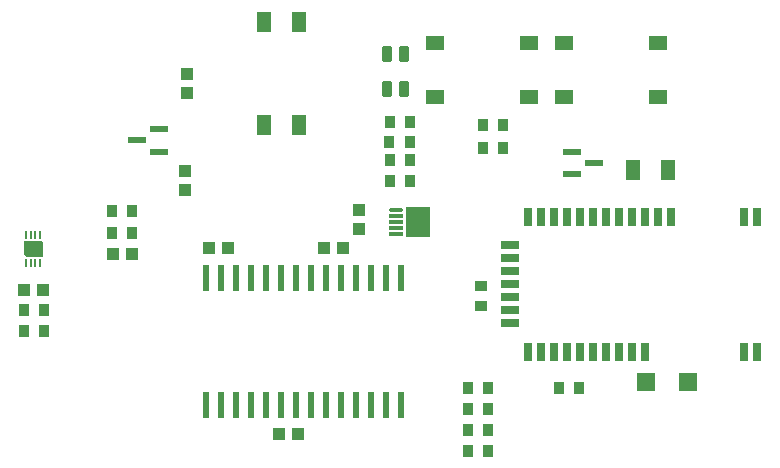
<source format=gtp>
G04*
G04 #@! TF.GenerationSoftware,Altium Limited,Altium Designer,20.1.8 (145)*
G04*
G04 Layer_Color=8421504*
%FSLAX25Y25*%
%MOIN*%
G70*
G04*
G04 #@! TF.SameCoordinates,6F670A74-5D77-4B1B-A970-1CA094F5BC2F*
G04*
G04*
G04 #@! TF.FilePolarity,Positive*
G04*
G01*
G75*
%ADD17R,0.04724X0.01181*%
G04:AMPARAMS|DCode=18|XSize=11.81mil|YSize=47.24mil|CornerRadius=2.95mil|HoleSize=0mil|Usage=FLASHONLY|Rotation=90.000|XOffset=0mil|YOffset=0mil|HoleType=Round|Shape=RoundedRectangle|*
%AMROUNDEDRECTD18*
21,1,0.01181,0.04134,0,0,90.0*
21,1,0.00591,0.04724,0,0,90.0*
1,1,0.00591,0.02067,0.00295*
1,1,0.00591,0.02067,-0.00295*
1,1,0.00591,-0.02067,-0.00295*
1,1,0.00591,-0.02067,0.00295*
%
%ADD18ROUNDEDRECTD18*%
%ADD19R,0.08268X0.09843*%
%ADD20R,0.02362X0.08661*%
%ADD21R,0.03937X0.03937*%
%ADD22R,0.06100X0.05100*%
%ADD23R,0.03543X0.03937*%
G04:AMPARAMS|DCode=24|XSize=11.81mil|YSize=11.81mil|CornerRadius=0mil|HoleSize=0mil|Usage=FLASHONLY|Rotation=0.000|XOffset=0mil|YOffset=0mil|HoleType=Round|Shape=RoundedRectangle|*
%AMROUNDEDRECTD24*
21,1,0.01181,0.01181,0,0,0.0*
21,1,0.01181,0.01181,0,0,0.0*
1,1,0.00000,0.00591,-0.00591*
1,1,0.00000,-0.00591,-0.00591*
1,1,0.00000,-0.00591,0.00591*
1,1,0.00000,0.00591,0.00591*
%
%ADD24ROUNDEDRECTD24*%
%ADD25R,0.00900X0.02900*%
%ADD26R,0.03937X0.03937*%
%ADD27R,0.05906X0.02362*%
%ADD28R,0.05118X0.07087*%
%ADD29R,0.03937X0.03543*%
G04:AMPARAMS|DCode=30|XSize=54.72mil|YSize=31.1mil|CornerRadius=3.89mil|HoleSize=0mil|Usage=FLASHONLY|Rotation=270.000|XOffset=0mil|YOffset=0mil|HoleType=Round|Shape=RoundedRectangle|*
%AMROUNDEDRECTD30*
21,1,0.05472,0.02333,0,0,270.0*
21,1,0.04695,0.03110,0,0,270.0*
1,1,0.00778,-0.01166,-0.02347*
1,1,0.00778,-0.01166,0.02347*
1,1,0.00778,0.01166,0.02347*
1,1,0.00778,0.01166,-0.02347*
%
%ADD30ROUNDEDRECTD30*%
%ADD31R,0.02756X0.05906*%
%ADD32R,0.05906X0.02756*%
%ADD33R,0.05906X0.05906*%
G36*
X82332Y192838D02*
X82365Y192804D01*
X82383Y192760D01*
Y192736D01*
Y187815D01*
Y187791D01*
X82365Y187747D01*
X82332Y187714D01*
X82288Y187695D01*
X76846D01*
X76838Y187699D01*
X76832Y187705D01*
X76829Y187712D01*
Y187716D01*
X76815Y187866D01*
X76700Y188142D01*
X76489Y188354D01*
X76213Y188468D01*
X76063Y188483D01*
X76059D01*
X76051Y188486D01*
X76045Y188492D01*
X76042Y188500D01*
Y188504D01*
Y192736D01*
Y192760D01*
X76060Y192804D01*
X76094Y192838D01*
X76138Y192856D01*
X82288D01*
X82332Y192838D01*
D02*
G37*
D17*
X200200Y195363D02*
D03*
X200198Y197332D02*
D03*
X200200Y199300D02*
D03*
Y201232D02*
D03*
D18*
X200100Y203200D02*
D03*
D19*
X207500Y199300D02*
D03*
D20*
X202000Y180760D02*
D03*
X197000D02*
D03*
X192000D02*
D03*
X187000D02*
D03*
X182000D02*
D03*
X177000D02*
D03*
X172000D02*
D03*
X167000D02*
D03*
X162000D02*
D03*
X157000D02*
D03*
X152000D02*
D03*
X147000D02*
D03*
X142000D02*
D03*
X137000D02*
D03*
X202000Y138240D02*
D03*
X197000D02*
D03*
X192000D02*
D03*
X187000D02*
D03*
X182000D02*
D03*
X177000D02*
D03*
X172000D02*
D03*
X167000D02*
D03*
X162000D02*
D03*
X157000D02*
D03*
X152000D02*
D03*
X147000D02*
D03*
X142000D02*
D03*
X137000D02*
D03*
D21*
X144150Y190500D02*
D03*
X137850D02*
D03*
X161350Y128500D02*
D03*
X167650D02*
D03*
X112150Y188500D02*
D03*
X105850D02*
D03*
X76350Y176500D02*
D03*
X82650D02*
D03*
X182650Y190500D02*
D03*
X176350D02*
D03*
D22*
X213350Y258858D02*
D03*
Y241142D02*
D03*
X244650D02*
D03*
Y258858D02*
D03*
X256350D02*
D03*
Y241142D02*
D03*
X287650D02*
D03*
Y258858D02*
D03*
D23*
X229153Y224000D02*
D03*
X235846D02*
D03*
X105654Y203000D02*
D03*
X112346D02*
D03*
X105654Y195500D02*
D03*
X112346D02*
D03*
X198153Y220000D02*
D03*
X204847D02*
D03*
X204847Y213000D02*
D03*
X198153D02*
D03*
X198000Y226000D02*
D03*
X204693D02*
D03*
X224153Y123000D02*
D03*
X230847D02*
D03*
X224153Y130000D02*
D03*
X230847D02*
D03*
X82846Y163000D02*
D03*
X76153D02*
D03*
X82846Y170000D02*
D03*
X76153D02*
D03*
X261347Y144000D02*
D03*
X254654D02*
D03*
X229153Y231500D02*
D03*
X235846D02*
D03*
X204847Y232500D02*
D03*
X198153D02*
D03*
X224153Y144000D02*
D03*
X230847D02*
D03*
X224153Y137000D02*
D03*
X230847D02*
D03*
D24*
X79213Y190276D02*
D03*
D25*
X76850Y195000D02*
D03*
X78425D02*
D03*
X80000D02*
D03*
X81575D02*
D03*
Y185551D02*
D03*
X80000D02*
D03*
X78425D02*
D03*
X76850D02*
D03*
D26*
X130500Y248650D02*
D03*
Y242350D02*
D03*
X130000Y216150D02*
D03*
Y209850D02*
D03*
X188000Y203150D02*
D03*
Y196850D02*
D03*
D27*
X113760Y226500D02*
D03*
X121240Y230240D02*
D03*
Y222760D02*
D03*
X266240Y219000D02*
D03*
X258760Y215260D02*
D03*
Y222740D02*
D03*
D28*
X156291Y266000D02*
D03*
X167709D02*
D03*
X156291Y231500D02*
D03*
X167709D02*
D03*
X279291Y216500D02*
D03*
X290709D02*
D03*
D29*
X228500Y177847D02*
D03*
Y171153D02*
D03*
D30*
X197047Y255465D02*
D03*
X202953D02*
D03*
Y243535D02*
D03*
X197047D02*
D03*
D31*
X320658Y201106D02*
D03*
X316327D02*
D03*
X320658Y155862D02*
D03*
X316327D02*
D03*
X244280D02*
D03*
X248610D02*
D03*
X265933D02*
D03*
X261603D02*
D03*
X257272D02*
D03*
X252941Y201137D02*
D03*
X274595Y155862D02*
D03*
X270264D02*
D03*
X252941D02*
D03*
X265933Y201137D02*
D03*
X257272D02*
D03*
X283256D02*
D03*
X278925Y155862D02*
D03*
X287587Y201137D02*
D03*
X261603D02*
D03*
X278925D02*
D03*
X248610D02*
D03*
X244280D02*
D03*
X274595D02*
D03*
X270264D02*
D03*
X283256Y155862D02*
D03*
X291917Y201137D02*
D03*
D32*
X238177Y191492D02*
D03*
Y182830D02*
D03*
Y178500D02*
D03*
Y174169D02*
D03*
Y187161D02*
D03*
Y169838D02*
D03*
Y165508D02*
D03*
D33*
X297390Y146000D02*
D03*
X283610D02*
D03*
M02*

</source>
